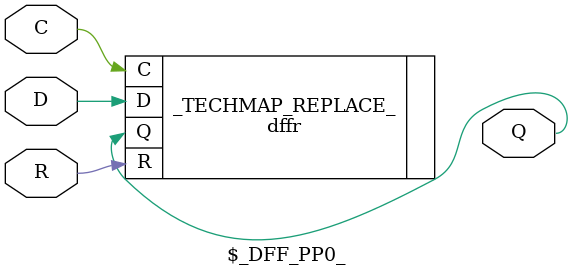
<source format=v>
module \$_DFF_P_ (D, C, Q);
    input D;
    input C;
    output Q;
    parameter _TECHMAP_WIREINIT_Q_ = 1'bx;
    dff _TECHMAP_REPLACE_ (.Q(Q), .D(D), .C(C));
endmodule

// Async reset
module \$_DFF_PP0_ (D, C, R, Q);
    input D;
    input C;
    input R;
    output Q;
    parameter _TECHMAP_WIREINIT_Q_ = 1'bx;
    dffr _TECHMAP_REPLACE_ (.Q(Q), .D(D), .C(C), .R(R));
endmodule

</source>
